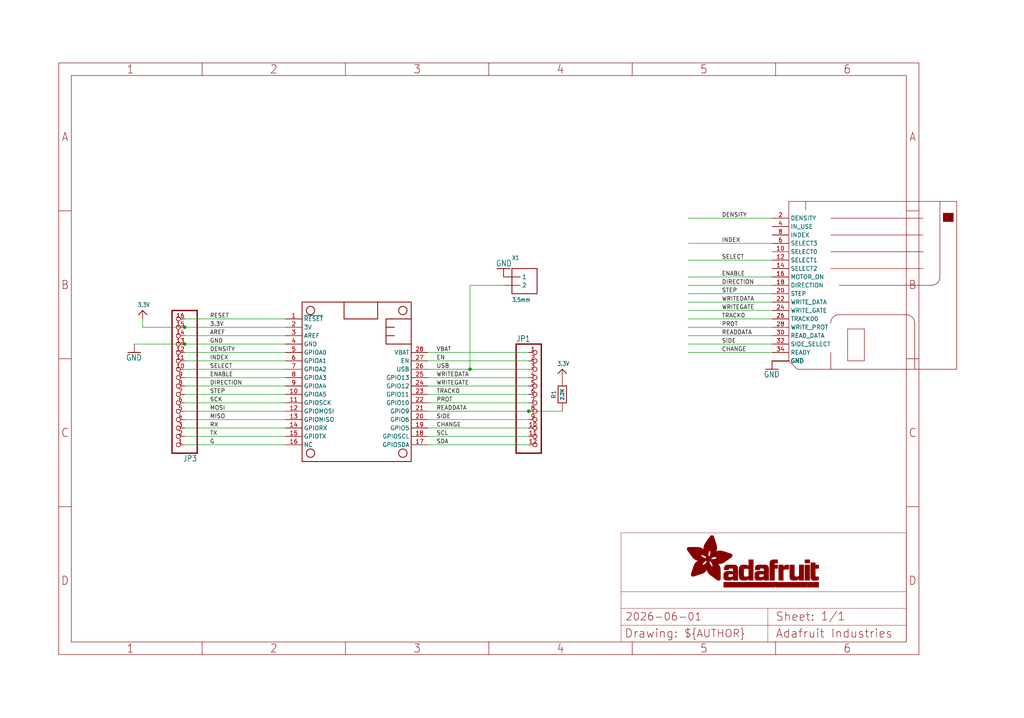
<source format=kicad_sch>
(kicad_sch (version 20230121) (generator eeschema)
  (paper "User" 309.956 217.322)
  (lib_symbols
    (symbol "working-eagle-import:3.3V" (power)
      (property "Value" "3.3V" (at -1.524 1.016 0))
      (symbol "3.3V_1_0"
        (pin power_in line (at 0 -2.54 90) (length 2.54) (name "3.3V") (number "1"))
      )
    )
    (symbol "working-eagle-import:FEATHERWING"
      (symbol "FEATHERWING_1_0"
        (pin input line (at 5.08 -5.08 90) (length 5.08) (name "~{RESET}") (number "1"))
        (pin bidirectional line (at 27.94 -5.08 90) (length 5.08) (name "GPIOA5") (number "10"))
        (pin bidirectional line (at 30.48 -5.08 90) (length 5.08) (name "GPIOSCK") (number "11"))
        (pin bidirectional line (at 33.02 -5.08 90) (length 5.08) (name "GPIOMOSI") (number "12"))
        (pin bidirectional line (at 35.56 -5.08 90) (length 5.08) (name "GPIOMISO") (number "13"))
        (pin bidirectional line (at 38.1 -5.08 90) (length 5.08) (name "GPIORX") (number "14"))
        (pin bidirectional line (at 40.64 -5.08 90) (length 5.08) (name "GPIOTX") (number "15"))
        (pin passive line (at 43.18 -5.08 90) (length 5.08) (name "NC") (number "16"))
        (pin bidirectional line (at 43.18 38.1 270) (length 5.08) (name "GPIOSDA") (number "17"))
        (pin bidirectional line (at 40.64 38.1 270) (length 5.08) (name "GPIOSCL") (number "18"))
        (pin bidirectional line (at 38.1 38.1 270) (length 5.08) (name "GPIO5") (number "19"))
        (pin power_in line (at 7.62 -5.08 90) (length 5.08) (name "3V") (number "2"))
        (pin bidirectional line (at 35.56 38.1 270) (length 5.08) (name "GPIO6") (number "20"))
        (pin bidirectional line (at 33.02 38.1 270) (length 5.08) (name "GPIO9") (number "21"))
        (pin bidirectional line (at 30.48 38.1 270) (length 5.08) (name "GPIO10") (number "22"))
        (pin bidirectional line (at 27.94 38.1 270) (length 5.08) (name "GPIO11") (number "23"))
        (pin bidirectional line (at 25.4 38.1 270) (length 5.08) (name "GPIO12") (number "24"))
        (pin bidirectional line (at 22.86 38.1 270) (length 5.08) (name "GPIO13") (number "25"))
        (pin power_in line (at 20.32 38.1 270) (length 5.08) (name "USB") (number "26"))
        (pin passive line (at 17.78 38.1 270) (length 5.08) (name "EN") (number "27"))
        (pin power_in line (at 15.24 38.1 270) (length 5.08) (name "VBAT") (number "28"))
        (pin passive line (at 10.16 -5.08 90) (length 5.08) (name "AREF") (number "3"))
        (pin power_in line (at 12.7 -5.08 90) (length 5.08) (name "GND") (number "4"))
        (pin bidirectional line (at 15.24 -5.08 90) (length 5.08) (name "GPIOA0") (number "5"))
        (pin bidirectional line (at 17.78 -5.08 90) (length 5.08) (name "GPIOA1") (number "6"))
        (pin bidirectional line (at 20.32 -5.08 90) (length 5.08) (name "GPIOA2") (number "7"))
        (pin bidirectional line (at 22.86 -5.08 90) (length 5.08) (name "GPIOA3") (number "8"))
        (pin bidirectional line (at 25.4 -5.08 90) (length 5.08) (name "GPIOA4") (number "9"))
      )
    )
    (symbol "working-eagle-import:FLOPPY_IDC_SHROUDED"
      (symbol "FLOPPY_IDC_SHROUDED_1_0"
        (pin power_in line (at -30.48 -22.86 0) (length 5.08) (name "GND") (number "1"))
        (pin input line (at -30.48 10.16 0) (length 5.08) (name "SELECT0") (number "10"))
        (pin power_in line (at -30.48 -22.86 0) (length 5.08) (name "GND") (number "11"))
        (pin input line (at -30.48 7.62 0) (length 5.08) (name "SELECT1") (number "12"))
        (pin power_in line (at -30.48 -22.86 0) (length 5.08) (name "GND") (number "13"))
        (pin input line (at -30.48 5.08 0) (length 5.08) (name "SELECT2") (number "14"))
        (pin power_in line (at -30.48 -22.86 0) (length 5.08) (name "GND") (number "15"))
        (pin input line (at -30.48 2.54 0) (length 5.08) (name "MOTOR_ON") (number "16"))
        (pin power_in line (at -30.48 -22.86 0) (length 5.08) (name "GND") (number "17"))
        (pin input line (at -30.48 0 0) (length 5.08) (name "DIRECTION") (number "18"))
        (pin power_in line (at -30.48 -22.86 0) (length 5.08) (name "GND") (number "19"))
        (pin input line (at -30.48 20.32 0) (length 5.08) (name "DENSITY") (number "2"))
        (pin input line (at -30.48 -2.54 0) (length 5.08) (name "STEP") (number "20"))
        (pin power_in line (at -30.48 -22.86 0) (length 5.08) (name "GND") (number "21"))
        (pin input line (at -30.48 -5.08 0) (length 5.08) (name "WRITE_DATA") (number "22"))
        (pin power_in line (at -30.48 -22.86 0) (length 5.08) (name "GND") (number "23"))
        (pin input line (at -30.48 -7.62 0) (length 5.08) (name "WRITE_GATE") (number "24"))
        (pin power_in line (at -30.48 -22.86 0) (length 5.08) (name "GND") (number "25"))
        (pin output line (at -30.48 -10.16 0) (length 5.08) (name "TRACK00") (number "26"))
        (pin power_in line (at -30.48 -22.86 0) (length 5.08) (name "GND") (number "27"))
        (pin output line (at -30.48 -12.7 0) (length 5.08) (name "WRITE_PROT") (number "28"))
        (pin power_in line (at -30.48 -22.86 0) (length 5.08) (name "GND") (number "29"))
        (pin power_in line (at -30.48 -22.86 0) (length 5.08) (name "GND") (number "3"))
        (pin output line (at -30.48 -15.24 0) (length 5.08) (name "READ_DATA") (number "30"))
        (pin power_in line (at -30.48 -22.86 0) (length 5.08) (name "GND") (number "31"))
        (pin input line (at -30.48 -17.78 0) (length 5.08) (name "SIDE_SELECT") (number "32"))
        (pin power_in line (at -30.48 -22.86 0) (length 5.08) (name "GND") (number "33"))
        (pin output line (at -30.48 -20.32 0) (length 5.08) (name "READY") (number "34"))
        (pin input line (at -30.48 17.78 0) (length 5.08) (name "IN_USE") (number "4"))
        (pin power_in line (at -30.48 -22.86 0) (length 5.08) (name "GND") (number "5"))
        (pin input line (at -30.48 12.7 0) (length 5.08) (name "SELECT3") (number "6"))
        (pin power_in line (at -30.48 -22.86 0) (length 5.08) (name "GND") (number "7"))
        (pin output line (at -30.48 15.24 0) (length 5.08) (name "INDEX") (number "8"))
        (pin power_in line (at -30.48 -22.86 0) (length 5.08) (name "GND") (number "9"))
      )
    )
    (symbol "working-eagle-import:FRAME_A4_ADAFRUIT"
      (symbol "FRAME_A4_ADAFRUIT_1_0"
        (text "${#}/${##}" (at 230.505 10.16 0) (effects (font (size 2.54 2.54)) (justify left bottom)))
        (text "${AUTHOR}" (at 189.23 5.08 0) (effects (font (size 2.286 2.286)) (justify left bottom)))
        (text "${CURRENT_DATE}" (at 171.45 10.16 0) (effects (font (size 2.286 2.286)) (justify left bottom)))
        (text "${PROJECTNAME}" (at 171.45 15.24 0) (effects (font (size 2.54 2.54)) (justify left bottom)))
        (text "1" (at 21.6958 1.905 0) (effects (font (size 2.54 2.286))))
        (text "1" (at 21.6958 177.165 0) (effects (font (size 2.54 2.286))))
        (text "2" (at 65.0875 1.905 0) (effects (font (size 2.54 2.286))))
        (text "2" (at 65.0875 177.165 0) (effects (font (size 2.54 2.286))))
        (text "3" (at 108.4792 1.905 0) (effects (font (size 2.54 2.286))))
        (text "3" (at 108.4792 177.165 0) (effects (font (size 2.54 2.286))))
        (text "4" (at 151.8708 1.905 0) (effects (font (size 2.54 2.286))))
        (text "4" (at 151.8708 177.165 0) (effects (font (size 2.54 2.286))))
        (text "5" (at 195.2625 1.905 0) (effects (font (size 2.54 2.286))))
        (text "5" (at 195.2625 177.165 0) (effects (font (size 2.54 2.286))))
        (text "6" (at 238.6542 1.905 0) (effects (font (size 2.54 2.286))))
        (text "6" (at 238.6542 177.165 0) (effects (font (size 2.54 2.286))))
        (text "A" (at 1.905 156.6863 0) (effects (font (size 2.54 2.286))))
        (text "A" (at 258.445 156.6863 0) (effects (font (size 2.54 2.286))))
        (text "Adafruit Industries" (at 216.916 4.953 0) (effects (font (size 2.54 2.54)) (justify left bottom)))
        (text "B" (at 1.905 111.9188 0) (effects (font (size 2.54 2.286))))
        (text "B" (at 258.445 111.9188 0) (effects (font (size 2.54 2.286))))
        (text "C" (at 1.905 67.1513 0) (effects (font (size 2.54 2.286))))
        (text "C" (at 258.445 67.1513 0) (effects (font (size 2.54 2.286))))
        (text "D" (at 1.905 22.3838 0) (effects (font (size 2.54 2.286))))
        (text "D" (at 258.445 22.3838 0) (effects (font (size 2.54 2.286))))
        (text "Drawing:" (at 171.196 4.953 0) (effects (font (size 2.54 2.54)) (justify left bottom)))
        (text "Sheet:" (at 216.916 10.033 0) (effects (font (size 2.54 2.54)) (justify left bottom)))
      )
    )
    (symbol "working-eagle-import:GND" (power)
      (property "Value" "GND" (at -2.54 -2.54 0))
      (symbol "GND_1_0"
        (pin power_in line (at 0 2.54 270) (length 2.54) (name "GND") (number "1"))
      )
    )
    (symbol "working-eagle-import:HEADER-1X12"
      (property "Reference" "JP" (at -6.35 18.415 0))
      (symbol "HEADER-1X12_1_0"
        (pin passive inverted (at -2.54 15.24 0) (length 2.54) (name "1") (number "1"))
        (pin passive inverted (at -2.54 -7.62 0) (length 2.54) (name "10") (number "10"))
        (pin passive inverted (at -2.54 -10.16 0) (length 2.54) (name "11") (number "11"))
        (pin passive inverted (at -2.54 -12.7 0) (length 2.54) (name "12") (number "12"))
        (pin passive inverted (at -2.54 12.7 0) (length 2.54) (name "2") (number "2"))
        (pin passive inverted (at -2.54 10.16 0) (length 2.54) (name "3") (number "3"))
        (pin passive inverted (at -2.54 7.62 0) (length 2.54) (name "4") (number "4"))
        (pin passive inverted (at -2.54 5.08 0) (length 2.54) (name "5") (number "5"))
        (pin passive inverted (at -2.54 2.54 0) (length 2.54) (name "6") (number "6"))
        (pin passive inverted (at -2.54 0 0) (length 2.54) (name "7") (number "7"))
        (pin passive inverted (at -2.54 -2.54 0) (length 2.54) (name "8") (number "8"))
        (pin passive inverted (at -2.54 -5.08 0) (length 2.54) (name "9") (number "9"))
      )
    )
    (symbol "working-eagle-import:HEADER-1X16ROUND"
      (property "Reference" "JP" (at -6.35 20.955 0))
      (symbol "HEADER-1X16ROUND_1_0"
        (pin passive inverted (at -2.54 17.78 0) (length 2.54) (name "1") (number "1"))
        (pin passive inverted (at -2.54 -5.08 0) (length 2.54) (name "10") (number "10"))
        (pin passive inverted (at -2.54 -7.62 0) (length 2.54) (name "11") (number "11"))
        (pin passive inverted (at -2.54 -10.16 0) (length 2.54) (name "12") (number "12"))
        (pin passive inverted (at -2.54 -12.7 0) (length 2.54) (name "13") (number "13"))
        (pin passive inverted (at -2.54 -15.24 0) (length 2.54) (name "14") (number "14"))
        (pin passive inverted (at -2.54 -17.78 0) (length 2.54) (name "15") (number "15"))
        (pin passive inverted (at -2.54 -20.32 0) (length 2.54) (name "16") (number "16"))
        (pin passive inverted (at -2.54 15.24 0) (length 2.54) (name "2") (number "2"))
        (pin passive inverted (at -2.54 12.7 0) (length 2.54) (name "3") (number "3"))
        (pin passive inverted (at -2.54 10.16 0) (length 2.54) (name "4") (number "4"))
        (pin passive inverted (at -2.54 7.62 0) (length 2.54) (name "5") (number "5"))
        (pin passive inverted (at -2.54 5.08 0) (length 2.54) (name "6") (number "6"))
        (pin passive inverted (at -2.54 2.54 0) (length 2.54) (name "7") (number "7"))
        (pin passive inverted (at -2.54 0 0) (length 2.54) (name "8") (number "8"))
        (pin passive inverted (at -2.54 -2.54 0) (length 2.54) (name "9") (number "9"))
      )
    )
    (symbol "working-eagle-import:RESISTOR0805_NOOUTLINE"
      (property "Reference" "R" (at 0 2.54 0))
      (symbol "RESISTOR0805_NOOUTLINE_1_0"
        (pin passive line (at -5.08 0 0) (length 2.54) (name "1") (number "1"))
        (pin passive line (at 5.08 0 180) (length 2.54) (name "2") (number "2"))
      )
    )
    (symbol "working-eagle-import:TERMBLOCK_1X2_3.5MM"
      (property "Reference" "X" (at -2.54 7.62 0))
      (symbol "TERMBLOCK_1X2_3.5MM_1_0"
        (pin passive line (at -5.08 2.54 0) (length 5.08) (name "1") (number "1"))
        (pin passive line (at -5.08 0 0) (length 5.08) (name "2") (number "2"))
      )
    )
  )
  (junction (at 55.88 99.06))
  (junction (at 160.02 124.46))
  (junction (at 55.88 104.14))
  (junction (at 142.24 111.76))
  (wire (pts (xy 208.28 93.98) (xy 233.68 93.98)) (stroke (width 0.1524)))
  (wire (pts (xy 142.24 111.76) (xy 129.54 111.76)) (stroke (width 0.1524)))
  (wire (pts (xy 55.88 129.54) (xy 86.36 129.54)) (stroke (width 0.1524)))
  (wire (pts (xy 208.28 104.14) (xy 233.68 104.14)) (stroke (width 0.1524)))
  (wire (pts (xy 160.02 119.38) (xy 129.54 119.38)) (stroke (width 0.1524)))
  (wire (pts (xy 55.88 111.76) (xy 86.36 111.76)) (stroke (width 0.1524)))
  (wire (pts (xy 208.28 91.44) (xy 233.68 91.44)) (stroke (width 0.1524)))
  (wire (pts (xy 55.88 134.62) (xy 86.36 134.62)) (stroke (width 0.1524)))
  (wire (pts (xy 208.28 101.6) (xy 233.68 101.6)) (stroke (width 0.1524)))
  (wire (pts (xy 160.02 124.46) (xy 170.18 124.46)) (stroke (width 0.1524)))
  (wire (pts (xy 160.02 111.76) (xy 142.24 111.76)) (stroke (width 0.1524)))
  (wire (pts (xy 142.24 111.76) (xy 142.24 86.36)) (stroke (width 0.1524)))
  (wire (pts (xy 160.02 124.46) (xy 129.54 124.46)) (stroke (width 0.1524)))
  (wire (pts (xy 160.02 114.3) (xy 129.54 114.3)) (stroke (width 0.1524)))
  (wire (pts (xy 55.88 132.08) (xy 86.36 132.08)) (stroke (width 0.1524)))
  (wire (pts (xy 160.02 132.08) (xy 129.54 132.08)) (stroke (width 0.1524)))
  (wire (pts (xy 55.88 127) (xy 86.36 127)) (stroke (width 0.1524)))
  (wire (pts (xy 55.88 104.14) (xy 86.36 104.14)) (stroke (width 0.1524)))
  (wire (pts (xy 160.02 109.22) (xy 129.54 109.22)) (stroke (width 0.1524)))
  (wire (pts (xy 208.28 86.36) (xy 233.68 86.36)) (stroke (width 0.1524)))
  (wire (pts (xy 160.02 106.68) (xy 129.54 106.68)) (stroke (width 0.1524)))
  (wire (pts (xy 208.28 73.66) (xy 233.68 73.66)) (stroke (width 0.1524)))
  (wire (pts (xy 43.18 99.06) (xy 43.18 96.52)) (stroke (width 0.1524)))
  (wire (pts (xy 208.28 66.04) (xy 233.68 66.04)) (stroke (width 0.1524)))
  (wire (pts (xy 160.02 127) (xy 129.54 127)) (stroke (width 0.1524)))
  (wire (pts (xy 55.88 116.84) (xy 86.36 116.84)) (stroke (width 0.1524)))
  (wire (pts (xy 55.88 121.92) (xy 86.36 121.92)) (stroke (width 0.1524)))
  (wire (pts (xy 55.88 109.22) (xy 86.36 109.22)) (stroke (width 0.1524)))
  (wire (pts (xy 160.02 129.54) (xy 129.54 129.54)) (stroke (width 0.1524)))
  (wire (pts (xy 55.88 124.46) (xy 86.36 124.46)) (stroke (width 0.1524)))
  (wire (pts (xy 152.4 86.36) (xy 142.24 86.36)) (stroke (width 0.1524)))
  (wire (pts (xy 55.88 106.68) (xy 86.36 106.68)) (stroke (width 0.1524)))
  (wire (pts (xy 208.28 78.74) (xy 233.68 78.74)) (stroke (width 0.1524)))
  (wire (pts (xy 233.68 88.9) (xy 208.28 88.9)) (stroke (width 0.1524)))
  (wire (pts (xy 160.02 116.84) (xy 129.54 116.84)) (stroke (width 0.1524)))
  (wire (pts (xy 55.88 99.06) (xy 86.36 99.06)) (stroke (width 0.1524)))
  (wire (pts (xy 208.28 96.52) (xy 233.68 96.52)) (stroke (width 0.1524)))
  (wire (pts (xy 55.88 114.3) (xy 86.36 114.3)) (stroke (width 0.1524)))
  (wire (pts (xy 55.88 99.06) (xy 43.18 99.06)) (stroke (width 0.1524)))
  (wire (pts (xy 208.28 99.06) (xy 233.68 99.06)) (stroke (width 0.1524)))
  (wire (pts (xy 55.88 104.14) (xy 40.64 104.14)) (stroke (width 0.1524)))
  (wire (pts (xy 208.28 83.82) (xy 233.68 83.82)) (stroke (width 0.1524)))
  (wire (pts (xy 160.02 134.62) (xy 129.54 134.62)) (stroke (width 0.1524)))
  (wire (pts (xy 160.02 121.92) (xy 129.54 121.92)) (stroke (width 0.1524)))
  (wire (pts (xy 55.88 119.38) (xy 86.36 119.38)) (stroke (width 0.1524)))
  (wire (pts (xy 55.88 96.52) (xy 86.36 96.52)) (stroke (width 0.1524)))
  (wire (pts (xy 208.28 106.68) (xy 233.68 106.68)) (stroke (width 0.1524)))
  (wire (pts (xy 55.88 101.6) (xy 86.36 101.6)) (stroke (width 0.1524)))
  (label "AREF" (at 63.5 101.6 0) (effects (font (size 1.2446 1.2446))))
  (label "G" (at 63.5 134.62 0) (effects (font (size 1.2446 1.2446))))
  (label "SIDE" (at 132.08 127 0) (effects (font (size 1.2446 1.2446))))
  (label "SIDE" (at 218.44 104.14 0) (effects (font (size 1.2446 1.2446))))
  (label "DENSITY" (at 218.44 66.04 0) (effects (font (size 1.2446 1.2446))))
  (label "READDATA" (at 218.44 101.6 0) (effects (font (size 1.2446 1.2446))))
  (label "VBAT" (at 132.08 106.68 0) (effects (font (size 1.2446 1.2446))))
  (label "GND" (at 63.5 104.14 0) (effects (font (size 1.2446 1.2446))))
  (label "WRITEDATA" (at 132.08 114.3 0) (effects (font (size 1.2446 1.2446))))
  (label "EN" (at 132.08 109.22 0) (effects (font (size 1.2446 1.2446))))
  (label "RESET" (at 63.5 96.52 0) (effects (font (size 1.2446 1.2446))))
  (label "READDATA" (at 132.08 124.46 0) (effects (font (size 1.2446 1.2446))))
  (label "STEP" (at 63.5 119.38 0) (effects (font (size 1.2446 1.2446))))
  (label "STEP" (at 218.44 88.9 0) (effects (font (size 1.2446 1.2446))))
  (label "WRITEGATE" (at 132.08 116.84 0) (effects (font (size 1.2446 1.2446))))
  (label "TRACK0" (at 132.08 119.38 0) (effects (font (size 1.2446 1.2446))))
  (label "TRACK0" (at 218.44 96.52 0) (effects (font (size 1.2446 1.2446))))
  (label "SELECT" (at 63.5 111.76 0) (effects (font (size 1.2446 1.2446))))
  (label "ENABLE" (at 63.5 114.3 0) (effects (font (size 1.2446 1.2446))))
  (label "CHANGE" (at 132.08 129.54 0) (effects (font (size 1.2446 1.2446))))
  (label "USB" (at 132.08 111.76 0) (effects (font (size 1.2446 1.2446))))
  (label "PROT" (at 218.44 99.06 0) (effects (font (size 1.2446 1.2446))))
  (label "INDEX" (at 63.5 109.22 0) (effects (font (size 1.2446 1.2446))))
  (label "RX" (at 63.5 129.54 0) (effects (font (size 1.2446 1.2446))))
  (label "MOSI" (at 63.5 124.46 0) (effects (font (size 1.2446 1.2446))))
  (label "ENABLE" (at 218.44 83.82 0) (effects (font (size 1.2446 1.2446))))
  (label "SELECT" (at 218.44 78.74 0) (effects (font (size 1.2446 1.2446))))
  (label "SDA" (at 132.08 134.62 0) (effects (font (size 1.2446 1.2446))))
  (label "PROT" (at 132.08 121.92 0) (effects (font (size 1.2446 1.2446))))
  (label "SCK" (at 63.5 121.92 0) (effects (font (size 1.2446 1.2446))))
  (label "CHANGE" (at 218.44 106.68 0) (effects (font (size 1.2446 1.2446))))
  (label "WRITEDATA" (at 218.44 91.44 0) (effects (font (size 1.2446 1.2446))))
  (label "MISO" (at 63.5 127 0) (effects (font (size 1.2446 1.2446))))
  (label "WRITEGATE" (at 218.44 93.98 0) (effects (font (size 1.2446 1.2446))))
  (label "INDEX" (at 218.44 73.66 0) (effects (font (size 1.2446 1.2446))))
  (label "3.3V" (at 63.5 99.06 0) (effects (font (size 1.2446 1.2446))))
  (label "DENSITY" (at 63.5 106.68 0) (effects (font (size 1.2446 1.2446))))
  (label "DIRECTION" (at 218.44 86.36 0) (effects (font (size 1.2446 1.2446))))
  (label "DIRECTION" (at 63.5 116.84 0) (effects (font (size 1.2446 1.2446))))
  (label "SCL" (at 132.08 132.08 0) (effects (font (size 1.2446 1.2446))))
  (label "TX" (at 63.5 132.08 0) (effects (font (size 1.2446 1.2446))))
  (symbol (lib_id "working-eagle-import:FEATHERWING") (at 91.44 91.44 270) (unit 1)
    (property "Reference" "MS1" (effects hide))
    (property "Value" "FEATHERWING" (effects hide))
    (property "Footprint" "working:FEATHERWING" (effects hide))
  )
  (symbol (lib_id "working-eagle-import:HEADER-1X12") (at 162.56 121.92 0) (unit 1)
    (property "Reference" "JP1" (at 156.21 103.505 0) (effects (font (size 1.778 1.5113)) (justify left bottom)))
    (property "Value" "HEADER-1X12" (effects hide))
    (property "Footprint" "working:1X12_ROUND" (effects hide))
  )
  (symbol (lib_id "working-eagle-import:FLOPPY_IDC_SHROUDED") (at 264.16 86.36 0) (unit 1)
    (property "Reference" "FDD1" (effects hide))
    (property "Value" "FLOPPY_IDC_SHROUDED" (effects hide))
    (property "Footprint" "working:2X17_FLOPPY_IDC" (effects hide))
  )
  (symbol (lib_id "working-eagle-import:3.3V") (at 170.18 111.76 0) (unit 1)
    (property "Reference" "#U$2" (effects hide))
    (property "Value" "3.3V" (at 168.656 110.744 0) (effects (font (size 1.27 1.0795)) (justify left bottom)))
  )
  (symbol (lib_id "working-eagle-import:FRAME_A4_ADAFRUIT") (at 17.78 198.12 0) (unit 1)
    (property "Reference" "#U$1" (effects hide))
    (property "Value" "FRAME_A4_ADAFRUIT" (effects hide))
  )
  (symbol (lib_id "working-eagle-import:3.3V") (at 43.18 93.98 0) (unit 1)
    (property "Reference" "#U$3" (effects hide))
    (property "Value" "3.3V" (at 41.656 92.964 0) (effects (font (size 1.27 1.0795)) (justify left bottom)))
  )
  (symbol (lib_id "working-eagle-import:GND") (at 152.4 81.28 180) (unit 1)
    (property "Reference" "#GND3" (effects hide))
    (property "Value" "GND" (at 154.94 78.74 0) (effects (font (size 1.778 1.5113)) (justify left bottom)))
  )
  (symbol (lib_id "working-eagle-import:GND") (at 40.64 106.68 0) (unit 1)
    (property "Reference" "#GND1" (effects hide))
    (property "Value" "GND" (at 38.1 109.22 0) (effects (font (size 1.778 1.5113)) (justify left bottom)))
  )
  (symbol (lib_id "working-eagle-import:GND") (at 233.68 111.76 0) (unit 1)
    (property "Reference" "#GND4" (effects hide))
    (property "Value" "GND" (at 231.14 114.3 0) (effects (font (size 1.778 1.5113)) (justify left bottom)))
  )
  (symbol (lib_id "working-eagle-import:TERMBLOCK_1X2_3.5MM") (at 157.48 86.36 0) (unit 1)
    (property "Reference" "X1" (at 154.94 78.74 0) (effects (font (size 1.27 1.0795)) (justify left bottom)))
    (property "Value" "3.5mm" (at 154.94 91.44 0) (effects (font (size 1.27 1.0795)) (justify left bottom)))
    (property "Footprint" "working:TERMBLOCK_1X2-3.5MM" (effects hide))
  )
  (symbol (lib_id "working-eagle-import:RESISTOR0805_NOOUTLINE") (at 170.18 119.38 90) (unit 1)
    (property "Reference" "R1" (at 167.64 119.38 0))
    (property "Value" "2.2K" (at 170.18 119.38 0) (effects (font (size 1.016 1.016) bold)))
    (property "Footprint" "working:0805-NO" (effects hide))
  )
  (symbol (lib_id "working-eagle-import:HEADER-1X16ROUND") (at 53.34 116.84 180) (unit 1)
    (property "Reference" "JP3" (at 59.69 137.795 0) (effects (font (size 1.778 1.5113)) (justify left bottom)))
    (property "Value" "HEADER-1X16ROUND" (effects hide))
    (property "Footprint" "working:1X16_ROUND" (effects hide))
  )
)
</source>
